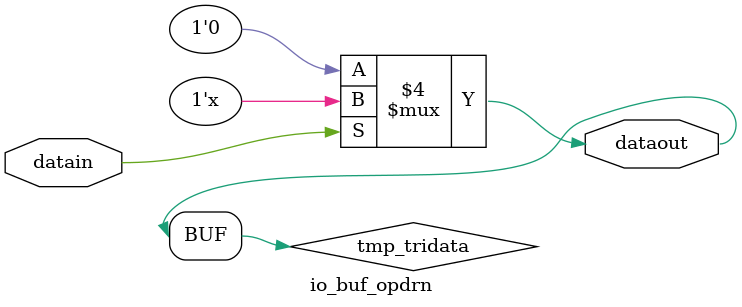
<source format=v>
module io_buf_opdrn (datain, dataout);
	input  datain;
	output dataout;
	reg tmp_tridata;
	always @(datain)
	begin
        if (datain == 0)
		begin
			tmp_tridata = 1'b0;
		end
        else 
		begin
			tmp_tridata = 1'bz;	
		end
	end
	assign dataout = tmp_tridata;
endmodule
</source>
